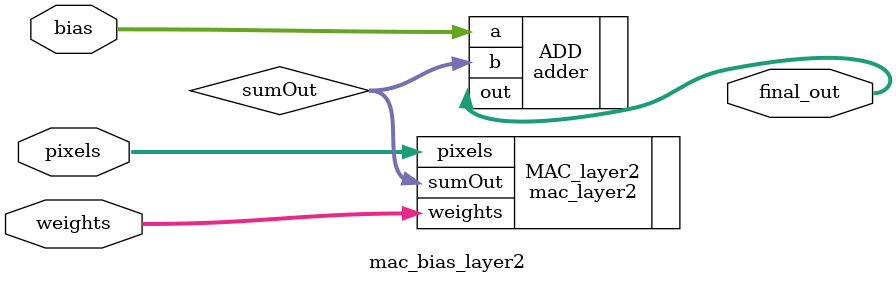
<source format=v>
`timescale 1ns / 1ps
  
module mac_bias_layer2(input wire [7:0] bias, input wire [(5-1):0] pixels, input wire [(5*width)-1:0] weights, output [7:0] final_out );
    parameter width= 8;
     parameter adder_layers=3;
        parameter S= 5;
    wire signed [7:0] sumOut;
    mac_layer2 #(.S(25), .width(8)) MAC_layer2 (.sumOut(sumOut), .pixels(pixels), .weights(weights));
    adder #(.OUT_WIDTH(8), .INP_WIDTH(8)) ADD(.out(final_out), .a(bias), .b(sumOut));

endmodule
</source>
